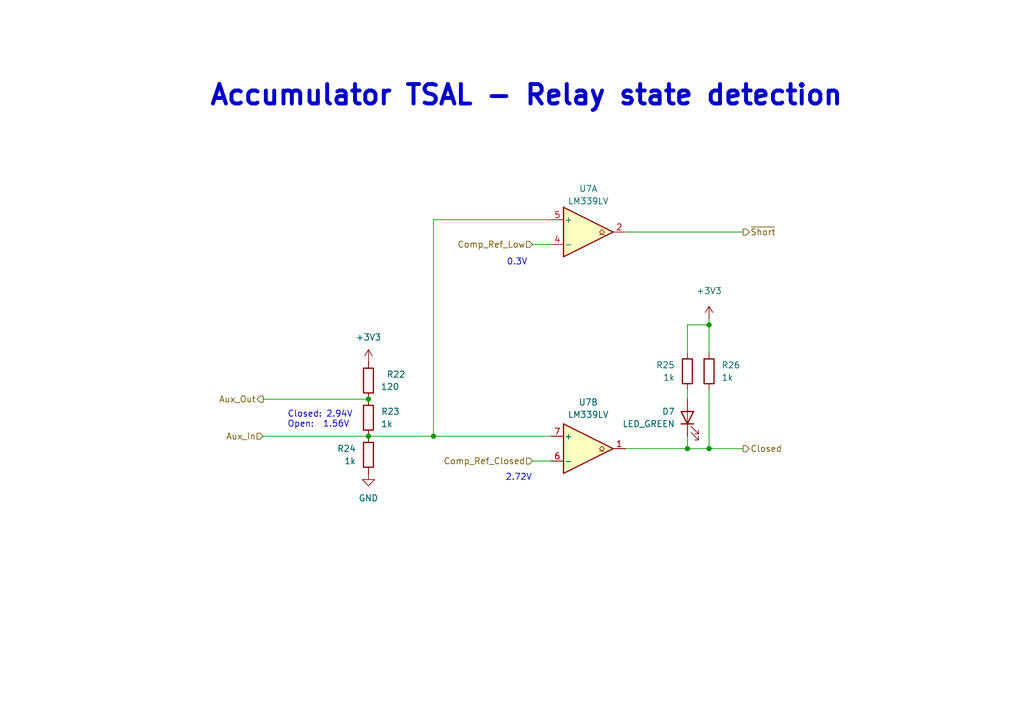
<source format=kicad_sch>
(kicad_sch
	(version 20231120)
	(generator "eeschema")
	(generator_version "8.0")
	(uuid "f2e9e1f3-b338-4b9d-939a-736f10e7d2a5")
	(paper "A5")
	(title_block
		(comment 2 "Accumulator TSAL - Relay state detection")
	)
	(lib_symbols
		(symbol "Comparator:LM339"
			(pin_names
				(offset 0.127)
			)
			(exclude_from_sim no)
			(in_bom yes)
			(on_board yes)
			(property "Reference" "U"
				(at 0 5.08 0)
				(effects
					(font
						(size 1.27 1.27)
					)
					(justify left)
				)
			)
			(property "Value" "LM339"
				(at 0 -5.08 0)
				(effects
					(font
						(size 1.27 1.27)
					)
					(justify left)
				)
			)
			(property "Footprint" ""
				(at -1.27 2.54 0)
				(effects
					(font
						(size 1.27 1.27)
					)
					(hide yes)
				)
			)
			(property "Datasheet" "https://www.st.com/resource/en/datasheet/lm139.pdf"
				(at 1.27 5.08 0)
				(effects
					(font
						(size 1.27 1.27)
					)
					(hide yes)
				)
			)
			(property "Description" "Quad Differential Comparators, SOIC-14/TSSOP-14"
				(at 0 0 0)
				(effects
					(font
						(size 1.27 1.27)
					)
					(hide yes)
				)
			)
			(property "ki_locked" ""
				(at 0 0 0)
				(effects
					(font
						(size 1.27 1.27)
					)
				)
			)
			(property "ki_keywords" "cmp open collector"
				(at 0 0 0)
				(effects
					(font
						(size 1.27 1.27)
					)
					(hide yes)
				)
			)
			(property "ki_fp_filters" "SOIC*3.9x8.7mm*P1.27mm* TSSOP*4.4x5mm*P0.65mm*"
				(at 0 0 0)
				(effects
					(font
						(size 1.27 1.27)
					)
					(hide yes)
				)
			)
			(symbol "LM339_1_1"
				(polyline
					(pts
						(xy -5.08 5.08) (xy 5.08 0) (xy -5.08 -5.08) (xy -5.08 5.08)
					)
					(stroke
						(width 0.254)
						(type default)
					)
					(fill
						(type background)
					)
				)
				(polyline
					(pts
						(xy 3.302 -0.508) (xy 2.794 -0.508) (xy 3.302 0) (xy 2.794 0.508) (xy 2.286 0) (xy 2.794 -0.508)
						(xy 2.286 -0.508)
					)
					(stroke
						(width 0.127)
						(type default)
					)
					(fill
						(type none)
					)
				)
				(pin open_collector line
					(at 7.62 0 180)
					(length 2.54)
					(name "~"
						(effects
							(font
								(size 1.27 1.27)
							)
						)
					)
					(number "2"
						(effects
							(font
								(size 1.27 1.27)
							)
						)
					)
				)
				(pin input line
					(at -7.62 -2.54 0)
					(length 2.54)
					(name "-"
						(effects
							(font
								(size 1.27 1.27)
							)
						)
					)
					(number "4"
						(effects
							(font
								(size 1.27 1.27)
							)
						)
					)
				)
				(pin input line
					(at -7.62 2.54 0)
					(length 2.54)
					(name "+"
						(effects
							(font
								(size 1.27 1.27)
							)
						)
					)
					(number "5"
						(effects
							(font
								(size 1.27 1.27)
							)
						)
					)
				)
			)
			(symbol "LM339_2_1"
				(polyline
					(pts
						(xy -5.08 5.08) (xy 5.08 0) (xy -5.08 -5.08) (xy -5.08 5.08)
					)
					(stroke
						(width 0.254)
						(type default)
					)
					(fill
						(type background)
					)
				)
				(polyline
					(pts
						(xy 3.302 -0.508) (xy 2.794 -0.508) (xy 3.302 0) (xy 2.794 0.508) (xy 2.286 0) (xy 2.794 -0.508)
						(xy 2.286 -0.508)
					)
					(stroke
						(width 0.127)
						(type default)
					)
					(fill
						(type none)
					)
				)
				(pin open_collector line
					(at 7.62 0 180)
					(length 2.54)
					(name "~"
						(effects
							(font
								(size 1.27 1.27)
							)
						)
					)
					(number "1"
						(effects
							(font
								(size 1.27 1.27)
							)
						)
					)
				)
				(pin input line
					(at -7.62 -2.54 0)
					(length 2.54)
					(name "-"
						(effects
							(font
								(size 1.27 1.27)
							)
						)
					)
					(number "6"
						(effects
							(font
								(size 1.27 1.27)
							)
						)
					)
				)
				(pin input line
					(at -7.62 2.54 0)
					(length 2.54)
					(name "+"
						(effects
							(font
								(size 1.27 1.27)
							)
						)
					)
					(number "7"
						(effects
							(font
								(size 1.27 1.27)
							)
						)
					)
				)
			)
			(symbol "LM339_3_1"
				(polyline
					(pts
						(xy -5.08 5.08) (xy 5.08 0) (xy -5.08 -5.08) (xy -5.08 5.08)
					)
					(stroke
						(width 0.254)
						(type default)
					)
					(fill
						(type background)
					)
				)
				(polyline
					(pts
						(xy 3.302 -0.508) (xy 2.794 -0.508) (xy 3.302 0) (xy 2.794 0.508) (xy 2.286 0) (xy 2.794 -0.508)
						(xy 2.286 -0.508)
					)
					(stroke
						(width 0.127)
						(type default)
					)
					(fill
						(type none)
					)
				)
				(pin input line
					(at -7.62 -2.54 0)
					(length 2.54)
					(name "-"
						(effects
							(font
								(size 1.27 1.27)
							)
						)
					)
					(number "10"
						(effects
							(font
								(size 1.27 1.27)
							)
						)
					)
				)
				(pin input line
					(at -7.62 2.54 0)
					(length 2.54)
					(name "+"
						(effects
							(font
								(size 1.27 1.27)
							)
						)
					)
					(number "11"
						(effects
							(font
								(size 1.27 1.27)
							)
						)
					)
				)
				(pin open_collector line
					(at 7.62 0 180)
					(length 2.54)
					(name "~"
						(effects
							(font
								(size 1.27 1.27)
							)
						)
					)
					(number "13"
						(effects
							(font
								(size 1.27 1.27)
							)
						)
					)
				)
			)
			(symbol "LM339_4_1"
				(polyline
					(pts
						(xy -5.08 5.08) (xy 5.08 0) (xy -5.08 -5.08) (xy -5.08 5.08)
					)
					(stroke
						(width 0.254)
						(type default)
					)
					(fill
						(type background)
					)
				)
				(polyline
					(pts
						(xy 3.302 -0.508) (xy 2.794 -0.508) (xy 3.302 0) (xy 2.794 0.508) (xy 2.286 0) (xy 2.794 -0.508)
						(xy 2.286 -0.508)
					)
					(stroke
						(width 0.127)
						(type default)
					)
					(fill
						(type none)
					)
				)
				(pin open_collector line
					(at 7.62 0 180)
					(length 2.54)
					(name "~"
						(effects
							(font
								(size 1.27 1.27)
							)
						)
					)
					(number "14"
						(effects
							(font
								(size 1.27 1.27)
							)
						)
					)
				)
				(pin input line
					(at -7.62 -2.54 0)
					(length 2.54)
					(name "-"
						(effects
							(font
								(size 1.27 1.27)
							)
						)
					)
					(number "8"
						(effects
							(font
								(size 1.27 1.27)
							)
						)
					)
				)
				(pin input line
					(at -7.62 2.54 0)
					(length 2.54)
					(name "+"
						(effects
							(font
								(size 1.27 1.27)
							)
						)
					)
					(number "9"
						(effects
							(font
								(size 1.27 1.27)
							)
						)
					)
				)
			)
			(symbol "LM339_5_1"
				(pin power_in line
					(at -2.54 -7.62 90)
					(length 3.81)
					(name "V-"
						(effects
							(font
								(size 1.27 1.27)
							)
						)
					)
					(number "12"
						(effects
							(font
								(size 1.27 1.27)
							)
						)
					)
				)
				(pin power_in line
					(at -2.54 7.62 270)
					(length 3.81)
					(name "V+"
						(effects
							(font
								(size 1.27 1.27)
							)
						)
					)
					(number "3"
						(effects
							(font
								(size 1.27 1.27)
							)
						)
					)
				)
			)
		)
		(symbol "Device:LED"
			(pin_numbers hide)
			(pin_names
				(offset 1.016) hide)
			(exclude_from_sim no)
			(in_bom yes)
			(on_board yes)
			(property "Reference" "D"
				(at 0 2.54 0)
				(effects
					(font
						(size 1.27 1.27)
					)
				)
			)
			(property "Value" "LED"
				(at 0 -2.54 0)
				(effects
					(font
						(size 1.27 1.27)
					)
				)
			)
			(property "Footprint" ""
				(at 0 0 0)
				(effects
					(font
						(size 1.27 1.27)
					)
					(hide yes)
				)
			)
			(property "Datasheet" "~"
				(at 0 0 0)
				(effects
					(font
						(size 1.27 1.27)
					)
					(hide yes)
				)
			)
			(property "Description" "Light emitting diode"
				(at 0 0 0)
				(effects
					(font
						(size 1.27 1.27)
					)
					(hide yes)
				)
			)
			(property "ki_keywords" "LED diode"
				(at 0 0 0)
				(effects
					(font
						(size 1.27 1.27)
					)
					(hide yes)
				)
			)
			(property "ki_fp_filters" "LED* LED_SMD:* LED_THT:*"
				(at 0 0 0)
				(effects
					(font
						(size 1.27 1.27)
					)
					(hide yes)
				)
			)
			(symbol "LED_0_1"
				(polyline
					(pts
						(xy -1.27 -1.27) (xy -1.27 1.27)
					)
					(stroke
						(width 0.254)
						(type default)
					)
					(fill
						(type none)
					)
				)
				(polyline
					(pts
						(xy -1.27 0) (xy 1.27 0)
					)
					(stroke
						(width 0)
						(type default)
					)
					(fill
						(type none)
					)
				)
				(polyline
					(pts
						(xy 1.27 -1.27) (xy 1.27 1.27) (xy -1.27 0) (xy 1.27 -1.27)
					)
					(stroke
						(width 0.254)
						(type default)
					)
					(fill
						(type none)
					)
				)
				(polyline
					(pts
						(xy -3.048 -0.762) (xy -4.572 -2.286) (xy -3.81 -2.286) (xy -4.572 -2.286) (xy -4.572 -1.524)
					)
					(stroke
						(width 0)
						(type default)
					)
					(fill
						(type none)
					)
				)
				(polyline
					(pts
						(xy -1.778 -0.762) (xy -3.302 -2.286) (xy -2.54 -2.286) (xy -3.302 -2.286) (xy -3.302 -1.524)
					)
					(stroke
						(width 0)
						(type default)
					)
					(fill
						(type none)
					)
				)
			)
			(symbol "LED_1_1"
				(pin passive line
					(at -3.81 0 0)
					(length 2.54)
					(name "K"
						(effects
							(font
								(size 1.27 1.27)
							)
						)
					)
					(number "1"
						(effects
							(font
								(size 1.27 1.27)
							)
						)
					)
				)
				(pin passive line
					(at 3.81 0 180)
					(length 2.54)
					(name "A"
						(effects
							(font
								(size 1.27 1.27)
							)
						)
					)
					(number "2"
						(effects
							(font
								(size 1.27 1.27)
							)
						)
					)
				)
			)
		)
		(symbol "Device:R"
			(pin_numbers hide)
			(pin_names
				(offset 0)
			)
			(exclude_from_sim no)
			(in_bom yes)
			(on_board yes)
			(property "Reference" "R"
				(at 2.032 0 90)
				(effects
					(font
						(size 1.27 1.27)
					)
				)
			)
			(property "Value" "R"
				(at 0 0 90)
				(effects
					(font
						(size 1.27 1.27)
					)
				)
			)
			(property "Footprint" ""
				(at -1.778 0 90)
				(effects
					(font
						(size 1.27 1.27)
					)
					(hide yes)
				)
			)
			(property "Datasheet" "~"
				(at 0 0 0)
				(effects
					(font
						(size 1.27 1.27)
					)
					(hide yes)
				)
			)
			(property "Description" "Resistor"
				(at 0 0 0)
				(effects
					(font
						(size 1.27 1.27)
					)
					(hide yes)
				)
			)
			(property "ki_keywords" "R res resistor"
				(at 0 0 0)
				(effects
					(font
						(size 1.27 1.27)
					)
					(hide yes)
				)
			)
			(property "ki_fp_filters" "R_*"
				(at 0 0 0)
				(effects
					(font
						(size 1.27 1.27)
					)
					(hide yes)
				)
			)
			(symbol "R_0_1"
				(rectangle
					(start -1.016 -2.54)
					(end 1.016 2.54)
					(stroke
						(width 0.254)
						(type default)
					)
					(fill
						(type none)
					)
				)
			)
			(symbol "R_1_1"
				(pin passive line
					(at 0 3.81 270)
					(length 1.27)
					(name "~"
						(effects
							(font
								(size 1.27 1.27)
							)
						)
					)
					(number "1"
						(effects
							(font
								(size 1.27 1.27)
							)
						)
					)
				)
				(pin passive line
					(at 0 -3.81 90)
					(length 1.27)
					(name "~"
						(effects
							(font
								(size 1.27 1.27)
							)
						)
					)
					(number "2"
						(effects
							(font
								(size 1.27 1.27)
							)
						)
					)
				)
			)
		)
		(symbol "power:+3V3"
			(power)
			(pin_numbers hide)
			(pin_names
				(offset 0) hide)
			(exclude_from_sim no)
			(in_bom yes)
			(on_board yes)
			(property "Reference" "#PWR"
				(at 0 -3.81 0)
				(effects
					(font
						(size 1.27 1.27)
					)
					(hide yes)
				)
			)
			(property "Value" "+3V3"
				(at 0 3.556 0)
				(effects
					(font
						(size 1.27 1.27)
					)
				)
			)
			(property "Footprint" ""
				(at 0 0 0)
				(effects
					(font
						(size 1.27 1.27)
					)
					(hide yes)
				)
			)
			(property "Datasheet" ""
				(at 0 0 0)
				(effects
					(font
						(size 1.27 1.27)
					)
					(hide yes)
				)
			)
			(property "Description" "Power symbol creates a global label with name \"+3V3\""
				(at 0 0 0)
				(effects
					(font
						(size 1.27 1.27)
					)
					(hide yes)
				)
			)
			(property "ki_keywords" "global power"
				(at 0 0 0)
				(effects
					(font
						(size 1.27 1.27)
					)
					(hide yes)
				)
			)
			(symbol "+3V3_0_1"
				(polyline
					(pts
						(xy -0.762 1.27) (xy 0 2.54)
					)
					(stroke
						(width 0)
						(type default)
					)
					(fill
						(type none)
					)
				)
				(polyline
					(pts
						(xy 0 0) (xy 0 2.54)
					)
					(stroke
						(width 0)
						(type default)
					)
					(fill
						(type none)
					)
				)
				(polyline
					(pts
						(xy 0 2.54) (xy 0.762 1.27)
					)
					(stroke
						(width 0)
						(type default)
					)
					(fill
						(type none)
					)
				)
			)
			(symbol "+3V3_1_1"
				(pin power_in line
					(at 0 0 90)
					(length 0)
					(name "~"
						(effects
							(font
								(size 1.27 1.27)
							)
						)
					)
					(number "1"
						(effects
							(font
								(size 1.27 1.27)
							)
						)
					)
				)
			)
		)
		(symbol "power:GND"
			(power)
			(pin_numbers hide)
			(pin_names
				(offset 0) hide)
			(exclude_from_sim no)
			(in_bom yes)
			(on_board yes)
			(property "Reference" "#PWR"
				(at 0 -6.35 0)
				(effects
					(font
						(size 1.27 1.27)
					)
					(hide yes)
				)
			)
			(property "Value" "GND"
				(at 0 -3.81 0)
				(effects
					(font
						(size 1.27 1.27)
					)
				)
			)
			(property "Footprint" ""
				(at 0 0 0)
				(effects
					(font
						(size 1.27 1.27)
					)
					(hide yes)
				)
			)
			(property "Datasheet" ""
				(at 0 0 0)
				(effects
					(font
						(size 1.27 1.27)
					)
					(hide yes)
				)
			)
			(property "Description" "Power symbol creates a global label with name \"GND\" , ground"
				(at 0 0 0)
				(effects
					(font
						(size 1.27 1.27)
					)
					(hide yes)
				)
			)
			(property "ki_keywords" "global power"
				(at 0 0 0)
				(effects
					(font
						(size 1.27 1.27)
					)
					(hide yes)
				)
			)
			(symbol "GND_0_1"
				(polyline
					(pts
						(xy 0 0) (xy 0 -1.27) (xy 1.27 -1.27) (xy 0 -2.54) (xy -1.27 -1.27) (xy 0 -1.27)
					)
					(stroke
						(width 0)
						(type default)
					)
					(fill
						(type none)
					)
				)
			)
			(symbol "GND_1_1"
				(pin power_in line
					(at 0 0 270)
					(length 0)
					(name "~"
						(effects
							(font
								(size 1.27 1.27)
							)
						)
					)
					(number "1"
						(effects
							(font
								(size 1.27 1.27)
							)
						)
					)
				)
			)
		)
	)
	(junction
		(at 140.97 92.075)
		(diameter 0)
		(color 0 0 0 0)
		(uuid "1d3dd314-d0de-4233-bfa8-dcf10ccc2026")
	)
	(junction
		(at 145.415 92.075)
		(diameter 0)
		(color 0 0 0 0)
		(uuid "30c211d6-239b-4043-ade8-8dc6986ed4e4")
	)
	(junction
		(at 88.9 89.535)
		(diameter 0)
		(color 0 0 0 0)
		(uuid "3ca84114-241f-4f48-ab1f-7f2dde87ae1c")
	)
	(junction
		(at 75.565 81.915)
		(diameter 0)
		(color 0 0 0 0)
		(uuid "8a523b09-bcba-409a-b775-eba8de0fe2d5")
	)
	(junction
		(at 75.565 89.535)
		(diameter 0)
		(color 0 0 0 0)
		(uuid "c9837770-9e24-4463-8bcd-21dc1b0a233c")
	)
	(junction
		(at 145.415 66.675)
		(diameter 0)
		(color 0 0 0 0)
		(uuid "f4e9a88e-981e-4263-bdd4-d0506e4905eb")
	)
	(wire
		(pts
			(xy 145.415 80.01) (xy 145.415 92.075)
		)
		(stroke
			(width 0)
			(type default)
		)
		(uuid "05b0369f-c301-41ce-a118-ae5bf28690dd")
	)
	(wire
		(pts
			(xy 53.975 81.915) (xy 75.565 81.915)
		)
		(stroke
			(width 0)
			(type default)
		)
		(uuid "2ad450e8-bdc8-4d36-8c9f-aa9546b3578d")
	)
	(wire
		(pts
			(xy 75.565 89.535) (xy 88.9 89.535)
		)
		(stroke
			(width 0)
			(type default)
		)
		(uuid "2ee9b850-4efd-4e89-b391-aed8fc700c07")
	)
	(wire
		(pts
			(xy 145.415 66.675) (xy 145.415 72.39)
		)
		(stroke
			(width 0)
			(type default)
		)
		(uuid "2f5db699-1ca8-471d-908a-1037b11fff7f")
	)
	(wire
		(pts
			(xy 145.415 65.405) (xy 145.415 66.675)
		)
		(stroke
			(width 0)
			(type default)
		)
		(uuid "3c1dd601-a16c-4e9a-a8c1-2dbae900faae")
	)
	(wire
		(pts
			(xy 128.27 92.075) (xy 140.97 92.075)
		)
		(stroke
			(width 0)
			(type default)
		)
		(uuid "563f5651-fda3-4080-b6ee-169596b80dfe")
	)
	(wire
		(pts
			(xy 109.22 94.615) (xy 113.03 94.615)
		)
		(stroke
			(width 0)
			(type default)
		)
		(uuid "5edf5f4c-24ad-4f9c-b1e3-ec9843a21757")
	)
	(wire
		(pts
			(xy 128.27 47.625) (xy 152.4 47.625)
		)
		(stroke
			(width 0)
			(type default)
		)
		(uuid "69bc3707-39ce-4707-abfe-877f06b424a7")
	)
	(wire
		(pts
			(xy 109.22 50.165) (xy 113.03 50.165)
		)
		(stroke
			(width 0)
			(type default)
		)
		(uuid "7ef59bd1-2177-4689-939e-d2f1f419fa14")
	)
	(wire
		(pts
			(xy 88.9 45.085) (xy 88.9 89.535)
		)
		(stroke
			(width 0)
			(type default)
		)
		(uuid "92455749-cf87-4c97-91c1-b44aa8142af1")
	)
	(wire
		(pts
			(xy 140.97 80.01) (xy 140.97 81.915)
		)
		(stroke
			(width 0)
			(type default)
		)
		(uuid "a6b0cbeb-03a5-4d5e-97a9-c9ea9850a5c9")
	)
	(wire
		(pts
			(xy 145.415 92.075) (xy 152.4 92.075)
		)
		(stroke
			(width 0)
			(type default)
		)
		(uuid "a6f1e762-ea78-47e7-910e-fc90f8c83b72")
	)
	(wire
		(pts
			(xy 53.975 89.535) (xy 75.565 89.535)
		)
		(stroke
			(width 0)
			(type default)
		)
		(uuid "c11cd985-b3b2-4d9c-82a4-ad48a69b81e3")
	)
	(wire
		(pts
			(xy 140.97 66.675) (xy 140.97 72.39)
		)
		(stroke
			(width 0)
			(type default)
		)
		(uuid "d4d2c56d-ff6a-4b58-8570-185867e2f203")
	)
	(wire
		(pts
			(xy 88.9 89.535) (xy 113.03 89.535)
		)
		(stroke
			(width 0)
			(type default)
		)
		(uuid "dffbd5a2-1a93-4f2a-9424-c71d27f195e9")
	)
	(wire
		(pts
			(xy 88.9 45.085) (xy 113.03 45.085)
		)
		(stroke
			(width 0)
			(type default)
		)
		(uuid "ea514ddf-f898-4e70-a32c-2955b934fc79")
	)
	(wire
		(pts
			(xy 140.97 89.535) (xy 140.97 92.075)
		)
		(stroke
			(width 0)
			(type default)
		)
		(uuid "ef1a8d24-2961-4c2f-9822-0f47c24d548e")
	)
	(wire
		(pts
			(xy 140.97 66.675) (xy 145.415 66.675)
		)
		(stroke
			(width 0)
			(type default)
		)
		(uuid "efac4e5c-0dcf-4fda-b1aa-42f96bbcd5c1")
	)
	(wire
		(pts
			(xy 140.97 92.075) (xy 145.415 92.075)
		)
		(stroke
			(width 0)
			(type default)
		)
		(uuid "f74fa686-9713-49c0-8ec3-b527292e8c07")
	)
	(text "Accumulator TSAL - Relay state detection"
		(exclude_from_sim no)
		(at 107.95 19.685 0)
		(effects
			(font
				(size 4 4)
				(bold yes)
			)
		)
		(uuid "06260f95-dfa4-4d92-ad59-2b51c6f0145b")
	)
	(text "0.3V"
		(exclude_from_sim no)
		(at 103.886 54.61 0)
		(effects
			(font
				(size 1.27 1.27)
			)
			(justify left bottom)
		)
		(uuid "71459555-970f-4c55-8475-36962609e46e")
	)
	(text "2.72V"
		(exclude_from_sim no)
		(at 103.632 98.806 0)
		(effects
			(font
				(size 1.27 1.27)
			)
			(justify left bottom)
		)
		(uuid "8caf1b0f-75da-4d19-a8d6-6e49939b0b53")
	)
	(text "Closed: 2.94V\nOpen:  1.56V"
		(exclude_from_sim no)
		(at 58.928 87.884 0)
		(effects
			(font
				(size 1.27 1.27)
			)
			(justify left bottom)
		)
		(uuid "a28e69bd-9e8e-480e-9f94-2ad2de5d5e2b")
	)
	(hierarchical_label "Comp_Ref_Closed"
		(shape input)
		(at 109.22 94.615 180)
		(fields_autoplaced yes)
		(effects
			(font
				(size 1.27 1.27)
			)
			(justify right)
		)
		(uuid "276a4cf8-5dfd-46a6-bd59-d2919b7706e6")
	)
	(hierarchical_label "Aux_In"
		(shape input)
		(at 53.975 89.535 180)
		(fields_autoplaced yes)
		(effects
			(font
				(size 1.27 1.27)
			)
			(justify right)
		)
		(uuid "516fe93e-5802-45b8-9c6f-e2e067eca2df")
	)
	(hierarchical_label "Comp_Ref_Low"
		(shape input)
		(at 109.22 50.165 180)
		(fields_autoplaced yes)
		(effects
			(font
				(size 1.27 1.27)
			)
			(justify right)
		)
		(uuid "9c41befa-beb5-4413-a22d-f173d5ae597a")
	)
	(hierarchical_label "Closed"
		(shape output)
		(at 152.4 92.075 0)
		(fields_autoplaced yes)
		(effects
			(font
				(size 1.27 1.27)
			)
			(justify left)
		)
		(uuid "a0383fd1-b13d-47b2-b725-bfcf7174c3e6")
	)
	(hierarchical_label "~{Short}"
		(shape output)
		(at 152.4 47.625 0)
		(fields_autoplaced yes)
		(effects
			(font
				(size 1.27 1.27)
			)
			(justify left)
		)
		(uuid "c357a855-b414-4b47-bc4d-03f4a11e756a")
	)
	(hierarchical_label "Aux_Out"
		(shape output)
		(at 53.975 81.915 180)
		(fields_autoplaced yes)
		(effects
			(font
				(size 1.27 1.27)
			)
			(justify right)
		)
		(uuid "fb0c5151-4aad-4c40-ac98-1cedf7084536")
	)
	(symbol
		(lib_id "power:+3V3")
		(at 145.415 65.405 0)
		(unit 1)
		(exclude_from_sim no)
		(in_bom yes)
		(on_board yes)
		(dnp no)
		(fields_autoplaced yes)
		(uuid "03518705-a9fd-48e8-9839-2af84b286126")
		(property "Reference" "#PWR031"
			(at 145.415 69.215 0)
			(effects
				(font
					(size 1.27 1.27)
				)
				(hide yes)
			)
		)
		(property "Value" "+3V3"
			(at 145.415 59.69 0)
			(effects
				(font
					(size 1.27 1.27)
				)
			)
		)
		(property "Footprint" ""
			(at 145.415 65.405 0)
			(effects
				(font
					(size 1.27 1.27)
				)
				(hide yes)
			)
		)
		(property "Datasheet" ""
			(at 145.415 65.405 0)
			(effects
				(font
					(size 1.27 1.27)
				)
				(hide yes)
			)
		)
		(property "Description" "Power symbol creates a global label with name \"+3V3\""
			(at 145.415 65.405 0)
			(effects
				(font
					(size 1.27 1.27)
				)
				(hide yes)
			)
		)
		(pin "1"
			(uuid "700d0810-b14c-4f7b-bde0-461eb7b8be23")
		)
		(instances
			(project "Master_FT25"
				(path "/e63e39d7-6ac0-4ffd-8aa3-1841a4541b55/5ce1aa0c-f98f-4b94-80bd-f188cf4c57de/2ae0b1fd-fee3-408b-93e7-ef23032d24e5"
					(reference "#PWR031")
					(unit 1)
				)
				(path "/e63e39d7-6ac0-4ffd-8aa3-1841a4541b55/5ce1aa0c-f98f-4b94-80bd-f188cf4c57de/e649f750-43fb-4736-9da9-c800ce3f6889"
					(reference "#PWR034")
					(unit 1)
				)
				(path "/e63e39d7-6ac0-4ffd-8aa3-1841a4541b55/5ce1aa0c-f98f-4b94-80bd-f188cf4c57de/54737fac-fcef-40fa-b622-603ee6208743"
					(reference "#PWR037")
					(unit 1)
				)
			)
		)
	)
	(symbol
		(lib_id "Comparator:LM339")
		(at 120.65 92.075 0)
		(unit 2)
		(exclude_from_sim no)
		(in_bom yes)
		(on_board yes)
		(dnp no)
		(fields_autoplaced yes)
		(uuid "0b72ffc6-666f-4365-a8e2-e330a45de594")
		(property "Reference" "U7"
			(at 120.65 82.55 0)
			(effects
				(font
					(size 1.27 1.27)
				)
			)
		)
		(property "Value" "LM339LV"
			(at 120.65 85.09 0)
			(effects
				(font
					(size 1.27 1.27)
				)
			)
		)
		(property "Footprint" "Package_SO:TSSOP-14_4.4x5mm_P0.65mm"
			(at 119.38 89.535 0)
			(effects
				(font
					(size 1.27 1.27)
				)
				(hide yes)
			)
		)
		(property "Datasheet" "https://www.st.com/resource/en/datasheet/lm139.pdf"
			(at 121.92 86.995 0)
			(effects
				(font
					(size 1.27 1.27)
				)
				(hide yes)
			)
		)
		(property "Description" "Quad Differential Comparators, SOIC-14/TSSOP-14"
			(at 120.65 92.075 0)
			(effects
				(font
					(size 1.27 1.27)
				)
				(hide yes)
			)
		)
		(pin "2"
			(uuid "547a7c1e-762b-41e8-9e26-12eb67d18104")
		)
		(pin "4"
			(uuid "cd8a7700-92e2-4af4-a189-f68581e39abd")
		)
		(pin "5"
			(uuid "4e849c5a-e725-4d18-b628-9a323a34213e")
		)
		(pin "1"
			(uuid "d3e44f3c-4ea7-4046-87e4-ad4060de41af")
		)
		(pin "6"
			(uuid "1faa748a-5099-43ac-afb0-e138427cdb07")
		)
		(pin "7"
			(uuid "36ff7564-d0f5-43f7-9753-c87e1e835845")
		)
		(pin "10"
			(uuid "68218e22-1193-4ea9-90d7-b60c1f0ce7fb")
		)
		(pin "11"
			(uuid "b6fe5d6e-00db-4f68-9b65-f8698d5deccc")
		)
		(pin "13"
			(uuid "567c07aa-1c51-4ef9-9945-4465a760d0a0")
		)
		(pin "14"
			(uuid "395b8bc4-cd8e-4f71-84fb-5ff00b81cd8d")
		)
		(pin "8"
			(uuid "fe105cce-f7dd-48fc-ae6b-43c06684af9d")
		)
		(pin "9"
			(uuid "a9227473-e068-4ac1-a7ed-e3905307a961")
		)
		(pin "12"
			(uuid "d6c2a930-488e-4a1e-9aef-115a8499b66e")
		)
		(pin "3"
			(uuid "f35b7aa3-fb69-4b6a-9c5b-4f3dd0b81c4b")
		)
		(instances
			(project "Master_FT25"
				(path "/e63e39d7-6ac0-4ffd-8aa3-1841a4541b55/5ce1aa0c-f98f-4b94-80bd-f188cf4c57de/2ae0b1fd-fee3-408b-93e7-ef23032d24e5"
					(reference "U7")
					(unit 2)
				)
				(path "/e63e39d7-6ac0-4ffd-8aa3-1841a4541b55/5ce1aa0c-f98f-4b94-80bd-f188cf4c57de/e649f750-43fb-4736-9da9-c800ce3f6889"
					(reference "U7")
					(unit 4)
				)
				(path "/e63e39d7-6ac0-4ffd-8aa3-1841a4541b55/5ce1aa0c-f98f-4b94-80bd-f188cf4c57de/54737fac-fcef-40fa-b622-603ee6208743"
					(reference "U5")
					(unit 2)
				)
			)
		)
	)
	(symbol
		(lib_id "Device:R")
		(at 75.565 78.105 0)
		(mirror x)
		(unit 1)
		(exclude_from_sim no)
		(in_bom yes)
		(on_board yes)
		(dnp no)
		(uuid "5d98537b-1064-421a-8631-9a73bc20a1f5")
		(property "Reference" "R22"
			(at 83.185 76.835 0)
			(effects
				(font
					(size 1.27 1.27)
				)
				(justify right)
			)
		)
		(property "Value" "120"
			(at 81.915 79.375 0)
			(effects
				(font
					(size 1.27 1.27)
				)
				(justify right)
			)
		)
		(property "Footprint" "Resistor_SMD:R_0603_1608Metric"
			(at 73.787 78.105 90)
			(effects
				(font
					(size 1.27 1.27)
				)
				(hide yes)
			)
		)
		(property "Datasheet" "~"
			(at 75.565 78.105 0)
			(effects
				(font
					(size 1.27 1.27)
				)
				(hide yes)
			)
		)
		(property "Description" "Resistor"
			(at 75.565 78.105 0)
			(effects
				(font
					(size 1.27 1.27)
				)
				(hide yes)
			)
		)
		(pin "1"
			(uuid "65dec46c-18fe-449f-8ba8-01868c917035")
		)
		(pin "2"
			(uuid "dde9989f-b411-44a3-98c3-53547d5474da")
		)
		(instances
			(project "Master_FT25"
				(path "/e63e39d7-6ac0-4ffd-8aa3-1841a4541b55/5ce1aa0c-f98f-4b94-80bd-f188cf4c57de/2ae0b1fd-fee3-408b-93e7-ef23032d24e5"
					(reference "R22")
					(unit 1)
				)
				(path "/e63e39d7-6ac0-4ffd-8aa3-1841a4541b55/5ce1aa0c-f98f-4b94-80bd-f188cf4c57de/e649f750-43fb-4736-9da9-c800ce3f6889"
					(reference "R27")
					(unit 1)
				)
				(path "/e63e39d7-6ac0-4ffd-8aa3-1841a4541b55/5ce1aa0c-f98f-4b94-80bd-f188cf4c57de/54737fac-fcef-40fa-b622-603ee6208743"
					(reference "R32")
					(unit 1)
				)
			)
		)
	)
	(symbol
		(lib_id "power:+3V3")
		(at 75.565 74.295 0)
		(mirror y)
		(unit 1)
		(exclude_from_sim no)
		(in_bom yes)
		(on_board yes)
		(dnp no)
		(fields_autoplaced yes)
		(uuid "7535fa0f-bc6f-4340-8f8d-bf7bdd433375")
		(property "Reference" "#PWR029"
			(at 75.565 78.105 0)
			(effects
				(font
					(size 1.27 1.27)
				)
				(hide yes)
			)
		)
		(property "Value" "+3V3"
			(at 75.565 69.215 0)
			(effects
				(font
					(size 1.27 1.27)
				)
			)
		)
		(property "Footprint" ""
			(at 75.565 74.295 0)
			(effects
				(font
					(size 1.27 1.27)
				)
				(hide yes)
			)
		)
		(property "Datasheet" ""
			(at 75.565 74.295 0)
			(effects
				(font
					(size 1.27 1.27)
				)
				(hide yes)
			)
		)
		(property "Description" "Power symbol creates a global label with name \"+3V3\""
			(at 75.565 74.295 0)
			(effects
				(font
					(size 1.27 1.27)
				)
				(hide yes)
			)
		)
		(pin "1"
			(uuid "6d987db4-7f84-4c68-a13c-029737729595")
		)
		(instances
			(project "Master_FT25"
				(path "/e63e39d7-6ac0-4ffd-8aa3-1841a4541b55/5ce1aa0c-f98f-4b94-80bd-f188cf4c57de/2ae0b1fd-fee3-408b-93e7-ef23032d24e5"
					(reference "#PWR029")
					(unit 1)
				)
				(path "/e63e39d7-6ac0-4ffd-8aa3-1841a4541b55/5ce1aa0c-f98f-4b94-80bd-f188cf4c57de/e649f750-43fb-4736-9da9-c800ce3f6889"
					(reference "#PWR032")
					(unit 1)
				)
				(path "/e63e39d7-6ac0-4ffd-8aa3-1841a4541b55/5ce1aa0c-f98f-4b94-80bd-f188cf4c57de/54737fac-fcef-40fa-b622-603ee6208743"
					(reference "#PWR035")
					(unit 1)
				)
			)
		)
	)
	(symbol
		(lib_id "power:GND")
		(at 75.565 97.155 0)
		(mirror y)
		(unit 1)
		(exclude_from_sim no)
		(in_bom yes)
		(on_board yes)
		(dnp no)
		(fields_autoplaced yes)
		(uuid "78141151-1a1d-4e0d-8e99-d95f58df69f8")
		(property "Reference" "#PWR030"
			(at 75.565 103.505 0)
			(effects
				(font
					(size 1.27 1.27)
				)
				(hide yes)
			)
		)
		(property "Value" "GND"
			(at 75.565 102.235 0)
			(effects
				(font
					(size 1.27 1.27)
				)
			)
		)
		(property "Footprint" ""
			(at 75.565 97.155 0)
			(effects
				(font
					(size 1.27 1.27)
				)
				(hide yes)
			)
		)
		(property "Datasheet" ""
			(at 75.565 97.155 0)
			(effects
				(font
					(size 1.27 1.27)
				)
				(hide yes)
			)
		)
		(property "Description" "Power symbol creates a global label with name \"GND\" , ground"
			(at 75.565 97.155 0)
			(effects
				(font
					(size 1.27 1.27)
				)
				(hide yes)
			)
		)
		(pin "1"
			(uuid "2a15660a-f530-46ba-87c1-b24cc780a2b9")
		)
		(instances
			(project "Master_FT25"
				(path "/e63e39d7-6ac0-4ffd-8aa3-1841a4541b55/5ce1aa0c-f98f-4b94-80bd-f188cf4c57de/2ae0b1fd-fee3-408b-93e7-ef23032d24e5"
					(reference "#PWR030")
					(unit 1)
				)
				(path "/e63e39d7-6ac0-4ffd-8aa3-1841a4541b55/5ce1aa0c-f98f-4b94-80bd-f188cf4c57de/e649f750-43fb-4736-9da9-c800ce3f6889"
					(reference "#PWR033")
					(unit 1)
				)
				(path "/e63e39d7-6ac0-4ffd-8aa3-1841a4541b55/5ce1aa0c-f98f-4b94-80bd-f188cf4c57de/54737fac-fcef-40fa-b622-603ee6208743"
					(reference "#PWR036")
					(unit 1)
				)
			)
		)
	)
	(symbol
		(lib_id "Comparator:LM339")
		(at 120.65 47.625 0)
		(unit 1)
		(exclude_from_sim no)
		(in_bom yes)
		(on_board yes)
		(dnp no)
		(fields_autoplaced yes)
		(uuid "823a5206-ea90-4200-99b7-c699e9e3c807")
		(property "Reference" "U7"
			(at 120.65 38.735 0)
			(effects
				(font
					(size 1.27 1.27)
				)
			)
		)
		(property "Value" "LM339LV"
			(at 120.65 41.275 0)
			(effects
				(font
					(size 1.27 1.27)
				)
			)
		)
		(property "Footprint" "Package_SO:TSSOP-14_4.4x5mm_P0.65mm"
			(at 119.38 45.085 0)
			(effects
				(font
					(size 1.27 1.27)
				)
				(hide yes)
			)
		)
		(property "Datasheet" "https://www.st.com/resource/en/datasheet/lm139.pdf"
			(at 121.92 42.545 0)
			(effects
				(font
					(size 1.27 1.27)
				)
				(hide yes)
			)
		)
		(property "Description" "Quad Differential Comparators, SOIC-14/TSSOP-14"
			(at 120.65 47.625 0)
			(effects
				(font
					(size 1.27 1.27)
				)
				(hide yes)
			)
		)
		(pin "2"
			(uuid "7135b09c-e7da-4c0c-a9e4-f556a13ca1d8")
		)
		(pin "4"
			(uuid "a05a3d3a-0bf1-4132-a37c-0da444f9d990")
		)
		(pin "5"
			(uuid "74d470b5-061f-4d5a-8b6f-67450062b271")
		)
		(pin "1"
			(uuid "711d88df-be6b-4db6-82f2-8c47f482c701")
		)
		(pin "6"
			(uuid "a7fda918-6fed-4f99-abe6-b1d48889dd00")
		)
		(pin "7"
			(uuid "ae6a693b-5da5-44fe-b76b-dccc2c87d40a")
		)
		(pin "10"
			(uuid "68711347-460c-4407-81fc-923d96e3f80d")
		)
		(pin "11"
			(uuid "0726d05e-d7c3-42bd-af8c-6dc6a04fc6f6")
		)
		(pin "13"
			(uuid "f98e0d40-5bc6-4422-80a8-efcc8f18eaa0")
		)
		(pin "14"
			(uuid "cad9676b-7828-4469-afe1-ea97578ec5e3")
		)
		(pin "8"
			(uuid "5edf60ee-bb83-4aba-907c-9bc4dc53b51f")
		)
		(pin "9"
			(uuid "84ed42e8-1866-48a6-a7a3-73209a0e81a4")
		)
		(pin "12"
			(uuid "71fdf0c9-d739-4d8f-b055-82100800c8ca")
		)
		(pin "3"
			(uuid "77a3ba7f-5c63-4883-9f5a-20c1fc31cb00")
		)
		(instances
			(project "Master_FT25"
				(path "/e63e39d7-6ac0-4ffd-8aa3-1841a4541b55/5ce1aa0c-f98f-4b94-80bd-f188cf4c57de/2ae0b1fd-fee3-408b-93e7-ef23032d24e5"
					(reference "U7")
					(unit 1)
				)
				(path "/e63e39d7-6ac0-4ffd-8aa3-1841a4541b55/5ce1aa0c-f98f-4b94-80bd-f188cf4c57de/e649f750-43fb-4736-9da9-c800ce3f6889"
					(reference "U7")
					(unit 3)
				)
				(path "/e63e39d7-6ac0-4ffd-8aa3-1841a4541b55/5ce1aa0c-f98f-4b94-80bd-f188cf4c57de/54737fac-fcef-40fa-b622-603ee6208743"
					(reference "U5")
					(unit 1)
				)
			)
		)
	)
	(symbol
		(lib_id "Device:R")
		(at 75.565 93.345 0)
		(mirror x)
		(unit 1)
		(exclude_from_sim no)
		(in_bom yes)
		(on_board yes)
		(dnp no)
		(fields_autoplaced yes)
		(uuid "898c8bf5-aacd-4de2-aaef-b108cc16946d")
		(property "Reference" "R24"
			(at 73.025 92.0749 0)
			(effects
				(font
					(size 1.27 1.27)
				)
				(justify right)
			)
		)
		(property "Value" "1k"
			(at 73.025 94.6149 0)
			(effects
				(font
					(size 1.27 1.27)
				)
				(justify right)
			)
		)
		(property "Footprint" "Resistor_SMD:R_0603_1608Metric"
			(at 73.787 93.345 90)
			(effects
				(font
					(size 1.27 1.27)
				)
				(hide yes)
			)
		)
		(property "Datasheet" "~"
			(at 75.565 93.345 0)
			(effects
				(font
					(size 1.27 1.27)
				)
				(hide yes)
			)
		)
		(property "Description" "Resistor"
			(at 75.565 93.345 0)
			(effects
				(font
					(size 1.27 1.27)
				)
				(hide yes)
			)
		)
		(pin "1"
			(uuid "d47b6303-e808-4677-908b-69a305f74cf9")
		)
		(pin "2"
			(uuid "7c824336-600b-4320-a0dc-02c0177ab012")
		)
		(instances
			(project "Master_FT25"
				(path "/e63e39d7-6ac0-4ffd-8aa3-1841a4541b55/5ce1aa0c-f98f-4b94-80bd-f188cf4c57de/2ae0b1fd-fee3-408b-93e7-ef23032d24e5"
					(reference "R24")
					(unit 1)
				)
				(path "/e63e39d7-6ac0-4ffd-8aa3-1841a4541b55/5ce1aa0c-f98f-4b94-80bd-f188cf4c57de/e649f750-43fb-4736-9da9-c800ce3f6889"
					(reference "R29")
					(unit 1)
				)
				(path "/e63e39d7-6ac0-4ffd-8aa3-1841a4541b55/5ce1aa0c-f98f-4b94-80bd-f188cf4c57de/54737fac-fcef-40fa-b622-603ee6208743"
					(reference "R34")
					(unit 1)
				)
			)
		)
	)
	(symbol
		(lib_id "Device:R")
		(at 75.565 85.725 0)
		(mirror y)
		(unit 1)
		(exclude_from_sim no)
		(in_bom yes)
		(on_board yes)
		(dnp no)
		(fields_autoplaced yes)
		(uuid "8c8dd503-e03c-4d4c-9cf5-8ddbd1c80ac9")
		(property "Reference" "R23"
			(at 78.105 84.455 0)
			(effects
				(font
					(size 1.27 1.27)
				)
				(justify right)
			)
		)
		(property "Value" "1k"
			(at 78.105 86.995 0)
			(effects
				(font
					(size 1.27 1.27)
				)
				(justify right)
			)
		)
		(property "Footprint" "Resistor_SMD:R_0603_1608Metric"
			(at 77.343 85.725 90)
			(effects
				(font
					(size 1.27 1.27)
				)
				(hide yes)
			)
		)
		(property "Datasheet" "~"
			(at 75.565 85.725 0)
			(effects
				(font
					(size 1.27 1.27)
				)
				(hide yes)
			)
		)
		(property "Description" "Resistor"
			(at 75.565 85.725 0)
			(effects
				(font
					(size 1.27 1.27)
				)
				(hide yes)
			)
		)
		(pin "1"
			(uuid "9ce41f94-2724-4cae-84e8-c19ca831a6a3")
		)
		(pin "2"
			(uuid "06f0484c-30c2-43be-8e9d-c806da7885f6")
		)
		(instances
			(project "Master_FT25"
				(path "/e63e39d7-6ac0-4ffd-8aa3-1841a4541b55/5ce1aa0c-f98f-4b94-80bd-f188cf4c57de/2ae0b1fd-fee3-408b-93e7-ef23032d24e5"
					(reference "R23")
					(unit 1)
				)
				(path "/e63e39d7-6ac0-4ffd-8aa3-1841a4541b55/5ce1aa0c-f98f-4b94-80bd-f188cf4c57de/e649f750-43fb-4736-9da9-c800ce3f6889"
					(reference "R28")
					(unit 1)
				)
				(path "/e63e39d7-6ac0-4ffd-8aa3-1841a4541b55/5ce1aa0c-f98f-4b94-80bd-f188cf4c57de/54737fac-fcef-40fa-b622-603ee6208743"
					(reference "R33")
					(unit 1)
				)
			)
		)
	)
	(symbol
		(lib_id "Device:R")
		(at 140.97 76.2 0)
		(mirror x)
		(unit 1)
		(exclude_from_sim no)
		(in_bom yes)
		(on_board yes)
		(dnp no)
		(fields_autoplaced yes)
		(uuid "9555d99f-6cbf-45f9-b860-732738159584")
		(property "Reference" "R25"
			(at 138.43 74.9299 0)
			(effects
				(font
					(size 1.27 1.27)
				)
				(justify right)
			)
		)
		(property "Value" "1k"
			(at 138.43 77.4699 0)
			(effects
				(font
					(size 1.27 1.27)
				)
				(justify right)
			)
		)
		(property "Footprint" "Resistor_SMD:R_0603_1608Metric"
			(at 139.192 76.2 90)
			(effects
				(font
					(size 1.27 1.27)
				)
				(hide yes)
			)
		)
		(property "Datasheet" "~"
			(at 140.97 76.2 0)
			(effects
				(font
					(size 1.27 1.27)
				)
				(hide yes)
			)
		)
		(property "Description" "Resistor"
			(at 140.97 76.2 0)
			(effects
				(font
					(size 1.27 1.27)
				)
				(hide yes)
			)
		)
		(pin "1"
			(uuid "8c89d067-5449-4f18-b860-dde403f36d8a")
		)
		(pin "2"
			(uuid "f35896bd-24c3-4a89-a0dd-f98e5767fa17")
		)
		(instances
			(project "Master_FT25"
				(path "/e63e39d7-6ac0-4ffd-8aa3-1841a4541b55/5ce1aa0c-f98f-4b94-80bd-f188cf4c57de/2ae0b1fd-fee3-408b-93e7-ef23032d24e5"
					(reference "R25")
					(unit 1)
				)
				(path "/e63e39d7-6ac0-4ffd-8aa3-1841a4541b55/5ce1aa0c-f98f-4b94-80bd-f188cf4c57de/e649f750-43fb-4736-9da9-c800ce3f6889"
					(reference "R30")
					(unit 1)
				)
				(path "/e63e39d7-6ac0-4ffd-8aa3-1841a4541b55/5ce1aa0c-f98f-4b94-80bd-f188cf4c57de/54737fac-fcef-40fa-b622-603ee6208743"
					(reference "R35")
					(unit 1)
				)
			)
		)
	)
	(symbol
		(lib_id "Device:R")
		(at 145.415 76.2 0)
		(unit 1)
		(exclude_from_sim no)
		(in_bom yes)
		(on_board yes)
		(dnp no)
		(fields_autoplaced yes)
		(uuid "9c8965e9-c29b-42c5-bab6-931b4f27d35d")
		(property "Reference" "R26"
			(at 147.955 74.9299 0)
			(effects
				(font
					(size 1.27 1.27)
				)
				(justify left)
			)
		)
		(property "Value" "1k"
			(at 147.955 77.4699 0)
			(effects
				(font
					(size 1.27 1.27)
				)
				(justify left)
			)
		)
		(property "Footprint" "Resistor_SMD:R_0603_1608Metric"
			(at 143.637 76.2 90)
			(effects
				(font
					(size 1.27 1.27)
				)
				(hide yes)
			)
		)
		(property "Datasheet" "~"
			(at 145.415 76.2 0)
			(effects
				(font
					(size 1.27 1.27)
				)
				(hide yes)
			)
		)
		(property "Description" "Resistor"
			(at 145.415 76.2 0)
			(effects
				(font
					(size 1.27 1.27)
				)
				(hide yes)
			)
		)
		(pin "1"
			(uuid "5684eb7a-5890-40c9-a697-eb67450305ed")
		)
		(pin "2"
			(uuid "bb41f099-5fe2-402e-9400-5e0134da7653")
		)
		(instances
			(project "Master_FT25"
				(path "/e63e39d7-6ac0-4ffd-8aa3-1841a4541b55/5ce1aa0c-f98f-4b94-80bd-f188cf4c57de/2ae0b1fd-fee3-408b-93e7-ef23032d24e5"
					(reference "R26")
					(unit 1)
				)
				(path "/e63e39d7-6ac0-4ffd-8aa3-1841a4541b55/5ce1aa0c-f98f-4b94-80bd-f188cf4c57de/e649f750-43fb-4736-9da9-c800ce3f6889"
					(reference "R31")
					(unit 1)
				)
				(path "/e63e39d7-6ac0-4ffd-8aa3-1841a4541b55/5ce1aa0c-f98f-4b94-80bd-f188cf4c57de/54737fac-fcef-40fa-b622-603ee6208743"
					(reference "R36")
					(unit 1)
				)
			)
		)
	)
	(symbol
		(lib_id "Device:LED")
		(at 140.97 85.725 90)
		(unit 1)
		(exclude_from_sim no)
		(in_bom yes)
		(on_board yes)
		(dnp no)
		(uuid "d29709bb-5676-43c6-bc91-ca6cb8ea0e12")
		(property "Reference" "D7"
			(at 138.43 84.455 90)
			(effects
				(font
					(size 1.27 1.27)
				)
				(justify left)
			)
		)
		(property "Value" "LED_GREEN"
			(at 138.43 86.995 90)
			(effects
				(font
					(size 1.27 1.27)
				)
				(justify left)
			)
		)
		(property "Footprint" "LED_SMD:LED_0603_1608Metric"
			(at 140.97 85.725 0)
			(effects
				(font
					(size 1.27 1.27)
				)
				(hide yes)
			)
		)
		(property "Datasheet" "~"
			(at 140.97 85.725 0)
			(effects
				(font
					(size 1.27 1.27)
				)
				(hide yes)
			)
		)
		(property "Description" "Light emitting diode"
			(at 140.97 85.725 0)
			(effects
				(font
					(size 1.27 1.27)
				)
				(hide yes)
			)
		)
		(pin "1"
			(uuid "5a638b61-fbdb-40ac-a389-1e589c09e555")
		)
		(pin "2"
			(uuid "5cc5d891-31f7-41bc-9eab-7cc11f86e6b9")
		)
		(instances
			(project "Master_FT25"
				(path "/e63e39d7-6ac0-4ffd-8aa3-1841a4541b55/5ce1aa0c-f98f-4b94-80bd-f188cf4c57de/2ae0b1fd-fee3-408b-93e7-ef23032d24e5"
					(reference "D7")
					(unit 1)
				)
				(path "/e63e39d7-6ac0-4ffd-8aa3-1841a4541b55/5ce1aa0c-f98f-4b94-80bd-f188cf4c57de/e649f750-43fb-4736-9da9-c800ce3f6889"
					(reference "D8")
					(unit 1)
				)
				(path "/e63e39d7-6ac0-4ffd-8aa3-1841a4541b55/5ce1aa0c-f98f-4b94-80bd-f188cf4c57de/54737fac-fcef-40fa-b622-603ee6208743"
					(reference "D9")
					(unit 1)
				)
			)
		)
	)
)

</source>
